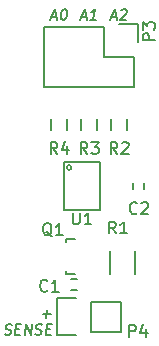
<source format=gbr>
G04 #@! TF.FileFunction,Legend,Top*
%FSLAX46Y46*%
G04 Gerber Fmt 4.6, Leading zero omitted, Abs format (unit mm)*
G04 Created by KiCad (PCBNEW no-vcs-found-product) date Sat 25 Jul 2015 04:50:57 PM PDT*
%MOMM*%
G01*
G04 APERTURE LIST*
%ADD10C,0.100000*%
%ADD11C,0.152400*%
%ADD12C,0.150000*%
G04 APERTURE END LIST*
D10*
D11*
X137020300Y-114096800D02*
X137697633Y-114096800D01*
X137316633Y-114435467D02*
X137401299Y-113758133D01*
X133808258Y-115790133D02*
X133929967Y-115832467D01*
X134141634Y-115832467D01*
X134231592Y-115790133D01*
X134279217Y-115747800D01*
X134332133Y-115663133D01*
X134342717Y-115578467D01*
X134310967Y-115493800D01*
X134273926Y-115451467D01*
X134194550Y-115409133D01*
X134030509Y-115366800D01*
X133951134Y-115324467D01*
X133914092Y-115282133D01*
X133882342Y-115197467D01*
X133892925Y-115112800D01*
X133945842Y-115028133D01*
X133993467Y-114985800D01*
X134083426Y-114943467D01*
X134295092Y-114943467D01*
X134416800Y-114985800D01*
X134750176Y-115366800D02*
X135046509Y-115366800D01*
X135115301Y-115832467D02*
X134691968Y-115832467D01*
X134803093Y-114943467D01*
X135226426Y-114943467D01*
X135496301Y-115832467D02*
X135607426Y-114943467D01*
X136004301Y-115832467D01*
X136115426Y-114943467D01*
X136390591Y-115790133D02*
X136512300Y-115832467D01*
X136723967Y-115832467D01*
X136813925Y-115790133D01*
X136861550Y-115747800D01*
X136914466Y-115663133D01*
X136925050Y-115578467D01*
X136893300Y-115493800D01*
X136856259Y-115451467D01*
X136776883Y-115409133D01*
X136612842Y-115366800D01*
X136533467Y-115324467D01*
X136496425Y-115282133D01*
X136464675Y-115197467D01*
X136475258Y-115112800D01*
X136528175Y-115028133D01*
X136575800Y-114985800D01*
X136665759Y-114943467D01*
X136877425Y-114943467D01*
X136999133Y-114985800D01*
X137332509Y-115366800D02*
X137628842Y-115366800D01*
X137697634Y-115832467D02*
X137274301Y-115832467D01*
X137385426Y-114943467D01*
X137808759Y-114943467D01*
X142856479Y-88921167D02*
X143279813Y-88921167D01*
X142740063Y-89175167D02*
X143147521Y-88286167D01*
X143332729Y-89175167D01*
X143687270Y-88370833D02*
X143734896Y-88328500D01*
X143824854Y-88286167D01*
X144036521Y-88286167D01*
X144115896Y-88328500D01*
X144152937Y-88370833D01*
X144184687Y-88455500D01*
X144174104Y-88540167D01*
X144115896Y-88667167D01*
X143544396Y-89175167D01*
X144094729Y-89175167D01*
X140316479Y-88921167D02*
X140739813Y-88921167D01*
X140200063Y-89175167D02*
X140607521Y-88286167D01*
X140792729Y-89175167D01*
X141554729Y-89175167D02*
X141046729Y-89175167D01*
X141300729Y-89175167D02*
X141411854Y-88286167D01*
X141311313Y-88413167D01*
X141216062Y-88497833D01*
X141126104Y-88540167D01*
X137776479Y-88921167D02*
X138199813Y-88921167D01*
X137660063Y-89175167D02*
X138067521Y-88286167D01*
X138252729Y-89175167D01*
X138829521Y-88286167D02*
X138914188Y-88286167D01*
X138993562Y-88328500D01*
X139030604Y-88370833D01*
X139062354Y-88455500D01*
X139083520Y-88624833D01*
X139057062Y-88836500D01*
X138993562Y-89005833D01*
X138940646Y-89090500D01*
X138893020Y-89132833D01*
X138803063Y-89175167D01*
X138718396Y-89175167D01*
X138639020Y-89132833D01*
X138601979Y-89090500D01*
X138570229Y-89005833D01*
X138549062Y-88836500D01*
X138575520Y-88624833D01*
X138639021Y-88455500D01*
X138691937Y-88370833D01*
X138739562Y-88328500D01*
X138829521Y-88286167D01*
D12*
X142689000Y-110728000D02*
X142689000Y-108728000D01*
X144839000Y-108728000D02*
X144839000Y-110728000D01*
X142240000Y-89789000D02*
X137160000Y-89789000D01*
X145060000Y-89509000D02*
X145060000Y-91059000D01*
X144780000Y-92329000D02*
X142240000Y-92329000D01*
X142240000Y-92329000D02*
X142240000Y-89789000D01*
X137160000Y-89789000D02*
X137160000Y-94869000D01*
X137160000Y-94869000D02*
X142240000Y-94869000D01*
X145060000Y-89509000D02*
X143510000Y-89509000D01*
X144780000Y-94869000D02*
X144780000Y-92329000D01*
X142240000Y-94869000D02*
X144780000Y-94869000D01*
X139037060Y-107908140D02*
X139037060Y-107956400D01*
X139738100Y-110707120D02*
X139037060Y-110707120D01*
X139037060Y-110707120D02*
X139037060Y-110458200D01*
X139037060Y-107908140D02*
X139037060Y-107707480D01*
X139037060Y-107707480D02*
X139738100Y-107707480D01*
X142835000Y-98544000D02*
X142835000Y-97544000D01*
X144185000Y-97544000D02*
X144185000Y-98544000D01*
X140295000Y-98544000D02*
X140295000Y-97544000D01*
X141645000Y-97544000D02*
X141645000Y-98544000D01*
X137755000Y-98544000D02*
X137755000Y-97544000D01*
X139105000Y-97544000D02*
X139105000Y-98544000D01*
X139457200Y-101676400D02*
G75*
G03X139457200Y-101676400I-200000J0D01*
G01*
X138817200Y-101256400D02*
X141837200Y-101256400D01*
X141837200Y-101256400D02*
X141837200Y-105286400D01*
X141837200Y-105286400D02*
X138817200Y-105286400D01*
X138817200Y-105286400D02*
X138817200Y-101256400D01*
X139437300Y-112095300D02*
X139937300Y-112095300D01*
X139937300Y-111145300D02*
X139437300Y-111145300D01*
X145636000Y-103526400D02*
X145636000Y-103026400D01*
X144686000Y-103026400D02*
X144686000Y-103526400D01*
X141097000Y-113030000D02*
X143637000Y-113030000D01*
X138277000Y-112750000D02*
X139827000Y-112750000D01*
X141097000Y-113030000D02*
X141097000Y-115570000D01*
X139827000Y-115850000D02*
X138277000Y-115850000D01*
X138277000Y-115850000D02*
X138277000Y-112750000D01*
X141097000Y-115570000D02*
X143637000Y-115570000D01*
X143637000Y-115570000D02*
X143637000Y-113030000D01*
X143216334Y-107259381D02*
X142883000Y-106783190D01*
X142644905Y-107259381D02*
X142644905Y-106259381D01*
X143025858Y-106259381D01*
X143121096Y-106307000D01*
X143168715Y-106354619D01*
X143216334Y-106449857D01*
X143216334Y-106592714D01*
X143168715Y-106687952D01*
X143121096Y-106735571D01*
X143025858Y-106783190D01*
X142644905Y-106783190D01*
X144168715Y-107259381D02*
X143597286Y-107259381D01*
X143883000Y-107259381D02*
X143883000Y-106259381D01*
X143787762Y-106402238D01*
X143692524Y-106497476D01*
X143597286Y-106545095D01*
X146502381Y-90908095D02*
X145502381Y-90908095D01*
X145502381Y-90527142D01*
X145550000Y-90431904D01*
X145597619Y-90384285D01*
X145692857Y-90336666D01*
X145835714Y-90336666D01*
X145930952Y-90384285D01*
X145978571Y-90431904D01*
X146026190Y-90527142D01*
X146026190Y-90908095D01*
X145502381Y-90003333D02*
X145502381Y-89384285D01*
X145883333Y-89717619D01*
X145883333Y-89574761D01*
X145930952Y-89479523D01*
X145978571Y-89431904D01*
X146073810Y-89384285D01*
X146311905Y-89384285D01*
X146407143Y-89431904D01*
X146454762Y-89479523D01*
X146502381Y-89574761D01*
X146502381Y-89860476D01*
X146454762Y-89955714D01*
X146407143Y-90003333D01*
X137801362Y-107507019D02*
X137706124Y-107459400D01*
X137610886Y-107364162D01*
X137468029Y-107221305D01*
X137372790Y-107173686D01*
X137277552Y-107173686D01*
X137325171Y-107411781D02*
X137229933Y-107364162D01*
X137134695Y-107268924D01*
X137087076Y-107078448D01*
X137087076Y-106745114D01*
X137134695Y-106554638D01*
X137229933Y-106459400D01*
X137325171Y-106411781D01*
X137515648Y-106411781D01*
X137610886Y-106459400D01*
X137706124Y-106554638D01*
X137753743Y-106745114D01*
X137753743Y-107078448D01*
X137706124Y-107268924D01*
X137610886Y-107364162D01*
X137515648Y-107411781D01*
X137325171Y-107411781D01*
X138706124Y-107411781D02*
X138134695Y-107411781D01*
X138420409Y-107411781D02*
X138420409Y-106411781D01*
X138325171Y-106554638D01*
X138229933Y-106649876D01*
X138134695Y-106697495D01*
X143343334Y-100528381D02*
X143010000Y-100052190D01*
X142771905Y-100528381D02*
X142771905Y-99528381D01*
X143152858Y-99528381D01*
X143248096Y-99576000D01*
X143295715Y-99623619D01*
X143343334Y-99718857D01*
X143343334Y-99861714D01*
X143295715Y-99956952D01*
X143248096Y-100004571D01*
X143152858Y-100052190D01*
X142771905Y-100052190D01*
X143724286Y-99623619D02*
X143771905Y-99576000D01*
X143867143Y-99528381D01*
X144105239Y-99528381D01*
X144200477Y-99576000D01*
X144248096Y-99623619D01*
X144295715Y-99718857D01*
X144295715Y-99814095D01*
X144248096Y-99956952D01*
X143676667Y-100528381D01*
X144295715Y-100528381D01*
X140803334Y-100528381D02*
X140470000Y-100052190D01*
X140231905Y-100528381D02*
X140231905Y-99528381D01*
X140612858Y-99528381D01*
X140708096Y-99576000D01*
X140755715Y-99623619D01*
X140803334Y-99718857D01*
X140803334Y-99861714D01*
X140755715Y-99956952D01*
X140708096Y-100004571D01*
X140612858Y-100052190D01*
X140231905Y-100052190D01*
X141136667Y-99528381D02*
X141755715Y-99528381D01*
X141422381Y-99909333D01*
X141565239Y-99909333D01*
X141660477Y-99956952D01*
X141708096Y-100004571D01*
X141755715Y-100099810D01*
X141755715Y-100337905D01*
X141708096Y-100433143D01*
X141660477Y-100480762D01*
X141565239Y-100528381D01*
X141279524Y-100528381D01*
X141184286Y-100480762D01*
X141136667Y-100433143D01*
X138263334Y-100528381D02*
X137930000Y-100052190D01*
X137691905Y-100528381D02*
X137691905Y-99528381D01*
X138072858Y-99528381D01*
X138168096Y-99576000D01*
X138215715Y-99623619D01*
X138263334Y-99718857D01*
X138263334Y-99861714D01*
X138215715Y-99956952D01*
X138168096Y-100004571D01*
X138072858Y-100052190D01*
X137691905Y-100052190D01*
X139120477Y-99861714D02*
X139120477Y-100528381D01*
X138882381Y-99480762D02*
X138644286Y-100195048D01*
X139263334Y-100195048D01*
X139573095Y-105497381D02*
X139573095Y-106306905D01*
X139620714Y-106402143D01*
X139668333Y-106449762D01*
X139763571Y-106497381D01*
X139954048Y-106497381D01*
X140049286Y-106449762D01*
X140096905Y-106402143D01*
X140144524Y-106306905D01*
X140144524Y-105497381D01*
X141144524Y-106497381D02*
X140573095Y-106497381D01*
X140858809Y-106497381D02*
X140858809Y-105497381D01*
X140763571Y-105640238D01*
X140668333Y-105735476D01*
X140573095Y-105783095D01*
X137425134Y-112091743D02*
X137377515Y-112139362D01*
X137234658Y-112186981D01*
X137139420Y-112186981D01*
X136996562Y-112139362D01*
X136901324Y-112044124D01*
X136853705Y-111948886D01*
X136806086Y-111758410D01*
X136806086Y-111615552D01*
X136853705Y-111425076D01*
X136901324Y-111329838D01*
X136996562Y-111234600D01*
X137139420Y-111186981D01*
X137234658Y-111186981D01*
X137377515Y-111234600D01*
X137425134Y-111282219D01*
X138377515Y-112186981D02*
X137806086Y-112186981D01*
X138091800Y-112186981D02*
X138091800Y-111186981D01*
X137996562Y-111329838D01*
X137901324Y-111425076D01*
X137806086Y-111472695D01*
X144994334Y-105538543D02*
X144946715Y-105586162D01*
X144803858Y-105633781D01*
X144708620Y-105633781D01*
X144565762Y-105586162D01*
X144470524Y-105490924D01*
X144422905Y-105395686D01*
X144375286Y-105205210D01*
X144375286Y-105062352D01*
X144422905Y-104871876D01*
X144470524Y-104776638D01*
X144565762Y-104681400D01*
X144708620Y-104633781D01*
X144803858Y-104633781D01*
X144946715Y-104681400D01*
X144994334Y-104729019D01*
X145375286Y-104729019D02*
X145422905Y-104681400D01*
X145518143Y-104633781D01*
X145756239Y-104633781D01*
X145851477Y-104681400D01*
X145899096Y-104729019D01*
X145946715Y-104824257D01*
X145946715Y-104919495D01*
X145899096Y-105062352D01*
X145327667Y-105633781D01*
X145946715Y-105633781D01*
X144346705Y-116022381D02*
X144346705Y-115022381D01*
X144727658Y-115022381D01*
X144822896Y-115070000D01*
X144870515Y-115117619D01*
X144918134Y-115212857D01*
X144918134Y-115355714D01*
X144870515Y-115450952D01*
X144822896Y-115498571D01*
X144727658Y-115546190D01*
X144346705Y-115546190D01*
X145775277Y-115355714D02*
X145775277Y-116022381D01*
X145537181Y-114974762D02*
X145299086Y-115689048D01*
X145918134Y-115689048D01*
M02*

</source>
